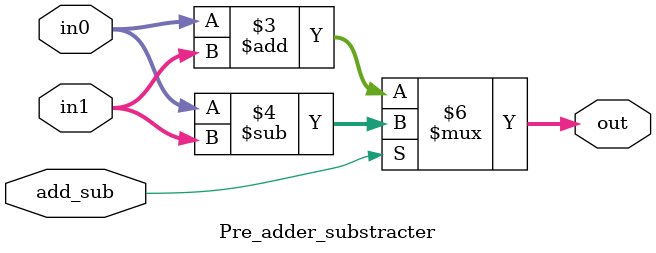
<source format=v>
module Pre_adder_substracter (in0,in1,add_sub,out);
 input  [17:0]in0,in1;
 input  add_sub;
 output reg[17:0]out;

 always @(*) begin
    /* if add_sub control is LOW, addition occurs */
    if(~add_sub)
        out = in0 + in1;
    /* if add_sub control is LOW, Substraction occurs */
    else
        out = in0 - in1;
 end
endmodule 

/*
//------module instantiation------
Pre_adder_substracter Module_name(.in0(),     // [17:0]in0
                                   .in1(),     // [17:0]in1
                                   .add_sub(), // 0-> ADDITION  1-> SUBSTRACTION(in0-in1)
                                   .out()      // [17:0]out = in0 (+/-) in1
                                  );
*/


</source>
